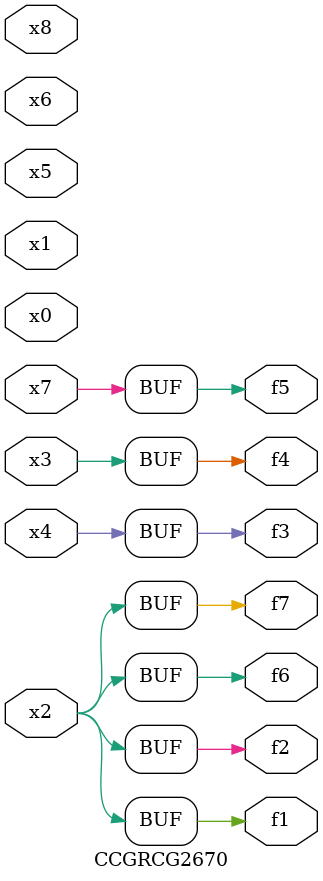
<source format=v>
module CCGRCG2670(
	input x0, x1, x2, x3, x4, x5, x6, x7, x8,
	output f1, f2, f3, f4, f5, f6, f7
);
	assign f1 = x2;
	assign f2 = x2;
	assign f3 = x4;
	assign f4 = x3;
	assign f5 = x7;
	assign f6 = x2;
	assign f7 = x2;
endmodule

</source>
